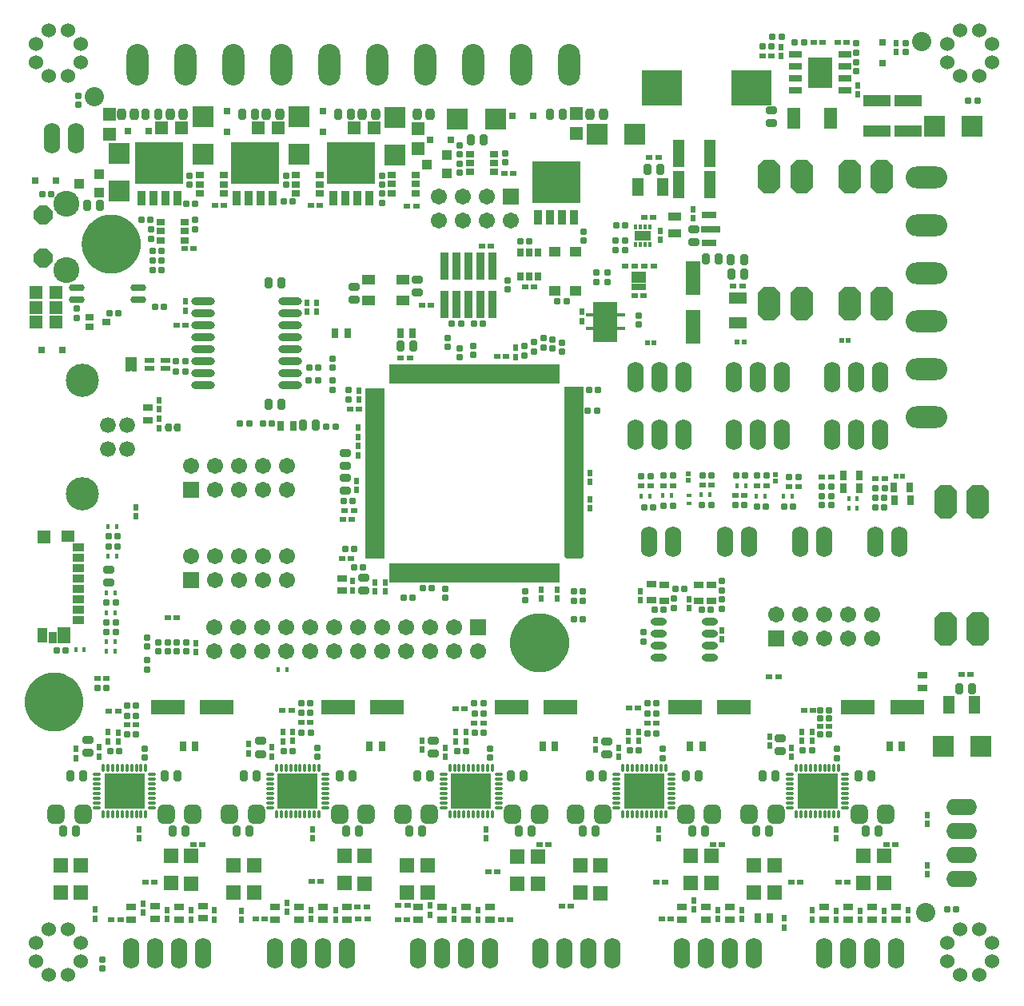
<source format=gts>
G04*
G04 #@! TF.GenerationSoftware,Altium Limited,Altium Designer,18.1.7 (191)*
G04*
G04 Layer_Color=8388736*
%FSLAX25Y25*%
%MOIN*%
G70*
G01*
G75*
%ADD110C,0.12205*%
%ADD111R,0.10400X0.16800*%
G04:AMPARAMS|DCode=112|XSize=26mil|YSize=28mil|CornerRadius=6.4mil|HoleSize=0mil|Usage=FLASHONLY|Rotation=270.000|XOffset=0mil|YOffset=0mil|HoleType=Round|Shape=RoundedRectangle|*
%AMROUNDEDRECTD112*
21,1,0.02600,0.01520,0,0,270.0*
21,1,0.01320,0.02800,0,0,270.0*
1,1,0.01280,-0.00760,-0.00660*
1,1,0.01280,-0.00760,0.00660*
1,1,0.01280,0.00760,0.00660*
1,1,0.01280,0.00760,-0.00660*
%
%ADD112ROUNDEDRECTD112*%
%ADD113O,0.01384X0.03747*%
%ADD114O,0.03747X0.01384*%
%ADD115R,0.16542X0.14573*%
%ADD116R,0.03600X0.06400*%
%ADD117R,0.20500X0.17800*%
%ADD118R,0.02054X0.02054*%
G04:AMPARAMS|DCode=119|XSize=26mil|YSize=28mil|CornerRadius=6.4mil|HoleSize=0mil|Usage=FLASHONLY|Rotation=180.000|XOffset=0mil|YOffset=0mil|HoleType=Round|Shape=RoundedRectangle|*
%AMROUNDEDRECTD119*
21,1,0.02600,0.01520,0,0,180.0*
21,1,0.01320,0.02800,0,0,180.0*
1,1,0.01280,-0.00660,0.00760*
1,1,0.01280,0.00660,0.00760*
1,1,0.01280,0.00660,-0.00760*
1,1,0.01280,-0.00660,-0.00760*
%
%ADD119ROUNDEDRECTD119*%
%ADD120R,0.02054X0.02054*%
%ADD121R,0.01975X0.01581*%
%ADD122R,0.04737X0.03556*%
%ADD123R,0.05524X0.04934*%
%ADD124R,0.05524X0.05328*%
%ADD125R,0.05524X0.06509*%
%ADD126R,0.03531X0.04737*%
%ADD127R,0.04343X0.06312*%
%ADD128R,0.06312X0.03162*%
%ADD129R,0.07887X0.03162*%
%ADD130R,0.08700X0.08700*%
%ADD131R,0.06312X0.14186*%
%ADD132R,0.04540X0.11430*%
%ADD133R,0.06699X0.03943*%
%ADD134R,0.01384X0.02368*%
G04:AMPARAMS|DCode=135|XSize=33.13mil|YSize=43.37mil|CornerRadius=7.83mil|HoleSize=0mil|Usage=FLASHONLY|Rotation=90.000|XOffset=0mil|YOffset=0mil|HoleType=Round|Shape=RoundedRectangle|*
%AMROUNDEDRECTD135*
21,1,0.03313,0.02772,0,0,90.0*
21,1,0.01748,0.04337,0,0,90.0*
1,1,0.01565,0.01386,0.00874*
1,1,0.01565,0.01386,-0.00874*
1,1,0.01565,-0.01386,-0.00874*
1,1,0.01565,-0.01386,0.00874*
%
%ADD135ROUNDEDRECTD135*%
G04:AMPARAMS|DCode=136|XSize=33.13mil|YSize=43.37mil|CornerRadius=7.83mil|HoleSize=0mil|Usage=FLASHONLY|Rotation=0.000|XOffset=0mil|YOffset=0mil|HoleType=Round|Shape=RoundedRectangle|*
%AMROUNDEDRECTD136*
21,1,0.03313,0.02772,0,0,0.0*
21,1,0.01748,0.04337,0,0,0.0*
1,1,0.01565,0.00874,-0.01386*
1,1,0.01565,-0.00874,-0.01386*
1,1,0.01565,-0.00874,0.01386*
1,1,0.01565,0.00874,0.01386*
%
%ADD136ROUNDEDRECTD136*%
%ADD137R,0.11430X0.04540*%
%ADD138R,0.03162X0.03950*%
%ADD139R,0.03950X0.03162*%
%ADD140R,0.03038X0.03865*%
%ADD141R,0.14186X0.06312*%
G04:AMPARAMS|DCode=142|XSize=71mil|YSize=79mil|CornerRadius=19.75mil|HoleSize=0mil|Usage=FLASHONLY|Rotation=0.000|XOffset=0mil|YOffset=0mil|HoleType=Round|Shape=RoundedRectangle|*
%AMROUNDEDRECTD142*
21,1,0.07100,0.03950,0,0,0.0*
21,1,0.03150,0.07900,0,0,0.0*
1,1,0.03950,0.01575,-0.01975*
1,1,0.03950,-0.01575,-0.01975*
1,1,0.03950,-0.01575,0.01975*
1,1,0.03950,0.01575,0.01975*
%
%ADD142ROUNDEDRECTD142*%
%ADD143R,0.05918X0.06312*%
%ADD144R,0.03865X0.03038*%
%ADD145R,0.02800X0.02800*%
%ADD146R,0.04400X0.04000*%
%ADD147R,0.02800X0.02800*%
%ADD148R,0.02762X0.03747*%
%ADD149R,0.03747X0.02762*%
%ADD150R,0.05131X0.07493*%
G04:AMPARAMS|DCode=151|XSize=80mil|YSize=80mil|CornerRadius=40mil|HoleSize=0mil|Usage=FLASHONLY|Rotation=270.000|XOffset=0mil|YOffset=0mil|HoleType=Round|Shape=RoundedRectangle|*
%AMROUNDEDRECTD151*
21,1,0.08000,0.00000,0,0,270.0*
21,1,0.00000,0.08000,0,0,270.0*
1,1,0.08000,0.00000,0.00000*
1,1,0.08000,0.00000,0.00000*
1,1,0.08000,0.00000,0.00000*
1,1,0.08000,0.00000,0.00000*
%
%ADD151ROUNDEDRECTD151*%
G04:AMPARAMS|DCode=152|XSize=80mil|YSize=80mil|CornerRadius=40mil|HoleSize=0mil|Usage=FLASHONLY|Rotation=0.000|XOffset=0mil|YOffset=0mil|HoleType=Round|Shape=RoundedRectangle|*
%AMROUNDEDRECTD152*
21,1,0.08000,0.00000,0,0,0.0*
21,1,0.00000,0.08000,0,0,0.0*
1,1,0.08000,0.00000,0.00000*
1,1,0.08000,0.00000,0.00000*
1,1,0.08000,0.00000,0.00000*
1,1,0.08000,0.00000,0.00000*
%
%ADD152ROUNDEDRECTD152*%
G04:AMPARAMS|DCode=153|XSize=37.13mil|YSize=47.37mil|CornerRadius=9.83mil|HoleSize=0mil|Usage=FLASHONLY|Rotation=0.000|XOffset=0mil|YOffset=0mil|HoleType=Round|Shape=RoundedRectangle|*
%AMROUNDEDRECTD153*
21,1,0.03713,0.02772,0,0,0.0*
21,1,0.01748,0.04737,0,0,0.0*
1,1,0.01965,0.00874,-0.01386*
1,1,0.01965,-0.00874,-0.01386*
1,1,0.01965,-0.00874,0.01386*
1,1,0.01965,0.00874,0.01386*
%
%ADD153ROUNDEDRECTD153*%
%ADD154R,0.07493X0.05131*%
%ADD155R,0.01581X0.01975*%
%ADD156R,0.05600X0.05600*%
%ADD157R,0.05600X0.05600*%
%ADD158R,0.08700X0.08700*%
%ADD159O,0.06706X0.03162*%
G04:AMPARAMS|DCode=160|XSize=30mil|YSize=32mil|CornerRadius=8.4mil|HoleSize=0mil|Usage=FLASHONLY|Rotation=180.000|XOffset=0mil|YOffset=0mil|HoleType=Round|Shape=RoundedRectangle|*
%AMROUNDEDRECTD160*
21,1,0.03000,0.01520,0,0,180.0*
21,1,0.01320,0.03200,0,0,180.0*
1,1,0.01680,-0.00660,0.00760*
1,1,0.01680,0.00660,0.00760*
1,1,0.01680,0.00660,-0.00760*
1,1,0.01680,-0.00660,-0.00760*
%
%ADD160ROUNDEDRECTD160*%
%ADD161R,0.03753X0.11824*%
%ADD162R,0.02126X0.02598*%
%ADD163R,0.06063X0.02451*%
%ADD164O,0.07887X0.01781*%
%ADD165O,0.01781X0.07887*%
%ADD166R,0.05524X0.04343*%
%ADD167O,0.09855X0.03162*%
%ADD168R,0.04737X0.04343*%
%ADD169R,0.03943X0.01975*%
%ADD170R,0.02080X0.01863*%
%ADD171R,0.08400X0.08400*%
%ADD172O,0.03550X0.01502*%
%ADD173O,0.01502X0.03550*%
%ADD174R,0.03550X0.02565*%
%ADD175O,0.06509X0.02965*%
%ADD176R,0.05400X0.08700*%
%ADD177R,0.16942X0.14580*%
%ADD178R,0.05721X0.02965*%
%ADD179R,0.10249X0.13005*%
%ADD180R,0.05321X0.03550*%
%ADD181C,0.06000*%
%ADD182R,0.02368X0.02565*%
%ADD183R,0.02565X0.02368*%
%ADD184O,0.06800X0.12800*%
%ADD185O,0.12800X0.06800*%
%ADD186C,0.06706*%
%ADD187R,0.06706X0.06706*%
G04:AMPARAMS|DCode=188|XSize=141mil|YSize=91mil|CornerRadius=0mil|HoleSize=0mil|Usage=FLASHONLY|Rotation=90.000|XOffset=0mil|YOffset=0mil|HoleType=Round|Shape=Octagon|*
%AMOCTAGOND188*
4,1,8,0.02275,0.07050,-0.02275,0.07050,-0.04550,0.04775,-0.04550,-0.04775,-0.02275,-0.07050,0.02275,-0.07050,0.04550,-0.04775,0.04550,0.04775,0.02275,0.07050,0.0*
%
%ADD188OCTAGOND188*%

%ADD189O,0.17300X0.09050*%
%ADD190O,0.09050X0.17300*%
%ADD191C,0.10800*%
%ADD192P,0.08443X8X292.5*%
%ADD193C,0.13850*%
%ADD194C,0.06600*%
%ADD195C,0.01000*%
G36*
X-302572Y121640D02*
X-297867D01*
Y127431D01*
X-302572D01*
Y121640D01*
X-302571D01*
X-302572Y121640D01*
D02*
G37*
G36*
X-194488Y114415D02*
X-194488Y43531D01*
X-202658Y43531D01*
Y114396D01*
X-194488Y114415D01*
D02*
G37*
G36*
X-192453Y41535D02*
X-121569Y41535D01*
X-121569Y33465D01*
X-192434D01*
X-192453Y41535D01*
D02*
G37*
G36*
X-119587Y44119D02*
X-119587Y115000D01*
X-111417Y115000D01*
Y44134D01*
X-113347D01*
X-119587Y44119D01*
D02*
G37*
G36*
X-121547Y116535D02*
X-192431Y116535D01*
X-192431Y124508D01*
X-121566D01*
X-121547Y116535D01*
D02*
G37*
G54D110*
X-326354Y-16183D02*
X-326437Y-15178D01*
X-326684Y-14201D01*
X-327089Y-13278D01*
X-327641Y-12434D01*
X-328323Y-11693D01*
X-329118Y-11074D01*
X-330005Y-10594D01*
X-330958Y-10267D01*
X-331952Y-10101D01*
X-332960D01*
X-333954Y-10267D01*
X-334908Y-10594D01*
X-335794Y-11074D01*
X-336589Y-11693D01*
X-337272Y-12434D01*
X-337823Y-13278D01*
X-338228Y-14201D01*
X-338475Y-15178D01*
X-338559Y-16183D01*
X-338475Y-17187D01*
X-338228Y-18164D01*
X-337823Y-19087D01*
X-337272Y-19931D01*
X-336589Y-20672D01*
X-335794Y-21291D01*
X-334908Y-21771D01*
X-333954Y-22098D01*
X-332960Y-22264D01*
X-331952D01*
X-330958Y-22098D01*
X-330005Y-21771D01*
X-329118Y-21291D01*
X-328323Y-20672D01*
X-327641Y-19931D01*
X-327089Y-19087D01*
X-326684Y-18164D01*
X-326437Y-17187D01*
X-326354Y-16183D01*
X-123898Y8552D02*
X-123981Y9556D01*
X-124228Y10533D01*
X-124633Y11456D01*
X-125184Y12300D01*
X-125867Y13042D01*
X-126662Y13661D01*
X-127549Y14140D01*
X-128502Y14468D01*
X-129496Y14633D01*
X-130504D01*
X-131498Y14468D01*
X-132451Y14140D01*
X-133338Y13661D01*
X-134133Y13042D01*
X-134816Y12300D01*
X-135367Y11456D01*
X-135772Y10533D01*
X-136019Y9556D01*
X-136102Y8552D01*
X-136019Y7547D01*
X-135772Y6571D01*
X-135367Y5647D01*
X-134816Y4804D01*
X-134133Y4062D01*
X-133338Y3443D01*
X-132451Y2963D01*
X-131498Y2636D01*
X-130504Y2470D01*
X-129496D01*
X-128502Y2636D01*
X-127549Y2963D01*
X-126662Y3443D01*
X-125867Y4062D01*
X-125184Y4804D01*
X-124633Y5647D01*
X-124228Y6571D01*
X-123981Y7547D01*
X-123898Y8552D01*
X-302498Y174752D02*
X-302581Y175756D01*
X-302828Y176733D01*
X-303233Y177656D01*
X-303784Y178500D01*
X-304467Y179242D01*
X-305262Y179861D01*
X-306149Y180340D01*
X-307102Y180667D01*
X-308096Y180833D01*
X-309104D01*
X-310098Y180667D01*
X-311051Y180340D01*
X-311938Y179861D01*
X-312733Y179242D01*
X-313416Y178500D01*
X-313967Y177656D01*
X-314372Y176733D01*
X-314619Y175756D01*
X-314702Y174752D01*
X-314619Y173748D01*
X-314372Y172771D01*
X-313967Y171847D01*
X-313416Y171004D01*
X-312733Y170262D01*
X-311938Y169643D01*
X-311051Y169164D01*
X-310098Y168836D01*
X-309104Y168670D01*
X-308096D01*
X-307102Y168836D01*
X-306149Y169164D01*
X-305262Y169643D01*
X-304467Y170262D01*
X-303784Y171004D01*
X-303233Y171847D01*
X-302828Y172771D01*
X-302581Y173748D01*
X-302498Y174752D01*
G54D111*
X-102391Y142303D02*
D03*
G54D112*
X-120400Y133590D02*
D03*
Y129800D02*
D03*
X-86639Y8894D02*
D03*
Y12684D02*
D03*
X-293484Y6643D02*
D03*
Y10433D02*
D03*
X-284933Y4752D02*
D03*
Y8542D02*
D03*
X-169311Y27175D02*
D03*
Y30965D02*
D03*
X-281067Y4752D02*
D03*
Y8542D02*
D03*
X-277200Y4752D02*
D03*
Y8542D02*
D03*
X-288800Y8552D02*
D03*
Y4762D02*
D03*
X-132100Y133700D02*
D03*
Y129910D02*
D03*
X-124500Y131100D02*
D03*
Y134890D02*
D03*
X-128200Y135400D02*
D03*
Y131610D02*
D03*
X-135807Y29932D02*
D03*
Y26142D02*
D03*
X-163071Y131113D02*
D03*
Y127323D02*
D03*
X-157625Y132139D02*
D03*
Y128349D02*
D03*
X-53817Y26422D02*
D03*
Y22633D02*
D03*
X-322100Y236452D02*
D03*
Y232662D02*
D03*
X-312000Y-127648D02*
D03*
Y-123858D02*
D03*
X22913Y258447D02*
D03*
Y254658D02*
D03*
X-136100Y128300D02*
D03*
Y132090D02*
D03*
X-275699Y199366D02*
D03*
Y203155D02*
D03*
X-209500Y109852D02*
D03*
Y113642D02*
D03*
X-216000Y123152D02*
D03*
Y126942D02*
D03*
Y117652D02*
D03*
Y113862D02*
D03*
X-273400Y180952D02*
D03*
Y184742D02*
D03*
X-291900Y180652D02*
D03*
Y176862D02*
D03*
X-106181Y158907D02*
D03*
Y162697D02*
D03*
X-195500Y195652D02*
D03*
Y191862D02*
D03*
X-88600Y141152D02*
D03*
Y144942D02*
D03*
X-163100Y212152D02*
D03*
Y215942D02*
D03*
X-163000Y208152D02*
D03*
Y204362D02*
D03*
X-144100Y208652D02*
D03*
Y212442D02*
D03*
X-235598Y199458D02*
D03*
Y203248D02*
D03*
X-195600Y199452D02*
D03*
Y203242D02*
D03*
X-111400Y179952D02*
D03*
Y176162D02*
D03*
X-101457Y158907D02*
D03*
Y162697D02*
D03*
X-143048Y159606D02*
D03*
Y155817D02*
D03*
X-168091Y135542D02*
D03*
Y131752D02*
D03*
X-73848Y26664D02*
D03*
Y22874D02*
D03*
X-78374Y-36013D02*
D03*
Y-39803D02*
D03*
X-53839Y34085D02*
D03*
Y30295D02*
D03*
X-5933Y-35915D02*
D03*
Y-39705D02*
D03*
X-294516Y-35718D02*
D03*
Y-39508D02*
D03*
X-222468Y-35521D02*
D03*
Y-39311D02*
D03*
X-150421Y-35797D02*
D03*
Y-39587D02*
D03*
X-293484Y-2707D02*
D03*
Y1083D02*
D03*
X-322933Y143931D02*
D03*
Y147720D02*
D03*
X2335Y246770D02*
D03*
Y250560D02*
D03*
Y254570D02*
D03*
Y258360D02*
D03*
X-98063Y176093D02*
D03*
Y172303D02*
D03*
X-94028Y172293D02*
D03*
Y176083D02*
D03*
G54D113*
X-311774Y-63051D02*
D03*
X-309805D02*
D03*
X-307837D02*
D03*
X-305869D02*
D03*
X-303900D02*
D03*
X-301932D02*
D03*
X-299963D02*
D03*
X-297994D02*
D03*
X-296026D02*
D03*
X-294057D02*
D03*
Y-43917D02*
D03*
X-296026D02*
D03*
X-297994D02*
D03*
X-299963D02*
D03*
X-301932D02*
D03*
X-303900D02*
D03*
X-305869D02*
D03*
X-307837D02*
D03*
X-309805D02*
D03*
X-311774D02*
D03*
X-95042D02*
D03*
X-93073D02*
D03*
X-91105D02*
D03*
X-89136D02*
D03*
X-87168D02*
D03*
X-85199D02*
D03*
X-83231D02*
D03*
X-81262D02*
D03*
X-79294D02*
D03*
X-77325D02*
D03*
Y-63051D02*
D03*
X-79294D02*
D03*
X-81262D02*
D03*
X-83231D02*
D03*
X-85199D02*
D03*
X-87168D02*
D03*
X-89136D02*
D03*
X-91105D02*
D03*
X-93073D02*
D03*
X-95042D02*
D03*
X-22798D02*
D03*
X-20829D02*
D03*
X-18861D02*
D03*
X-16892D02*
D03*
X-14924D02*
D03*
X-12955D02*
D03*
X-10987D02*
D03*
X-9018D02*
D03*
X-7050D02*
D03*
X-5081D02*
D03*
Y-43917D02*
D03*
X-7050D02*
D03*
X-9018D02*
D03*
X-10987D02*
D03*
X-12955D02*
D03*
X-14924D02*
D03*
X-16892D02*
D03*
X-18861D02*
D03*
X-20829D02*
D03*
X-22798D02*
D03*
X-239530D02*
D03*
X-237561D02*
D03*
X-235593D02*
D03*
X-233624D02*
D03*
X-231656D02*
D03*
X-229687D02*
D03*
X-227719D02*
D03*
X-225750D02*
D03*
X-223782D02*
D03*
X-221813D02*
D03*
Y-63051D02*
D03*
X-223782D02*
D03*
X-225750D02*
D03*
X-227719D02*
D03*
X-229687D02*
D03*
X-231656D02*
D03*
X-233624D02*
D03*
X-235593D02*
D03*
X-237561D02*
D03*
X-239530D02*
D03*
X-167286D02*
D03*
X-165317D02*
D03*
X-163349D02*
D03*
X-161380D02*
D03*
X-159412D02*
D03*
X-157443D02*
D03*
X-155475D02*
D03*
X-153506D02*
D03*
X-151538D02*
D03*
X-149569D02*
D03*
Y-43917D02*
D03*
X-151538D02*
D03*
X-153506D02*
D03*
X-155475D02*
D03*
X-157443D02*
D03*
X-159412D02*
D03*
X-161380D02*
D03*
X-163349D02*
D03*
X-165317D02*
D03*
X-167286D02*
D03*
G54D114*
X-291400Y-60374D02*
D03*
Y-58405D02*
D03*
Y-56437D02*
D03*
Y-54468D02*
D03*
Y-52500D02*
D03*
Y-50531D02*
D03*
Y-48563D02*
D03*
Y-46594D02*
D03*
X-314432D02*
D03*
Y-48563D02*
D03*
Y-50531D02*
D03*
Y-52500D02*
D03*
Y-54468D02*
D03*
Y-56437D02*
D03*
Y-58405D02*
D03*
Y-60374D02*
D03*
X-97699D02*
D03*
Y-58405D02*
D03*
Y-56437D02*
D03*
Y-54468D02*
D03*
Y-52500D02*
D03*
Y-50531D02*
D03*
Y-48563D02*
D03*
Y-46594D02*
D03*
X-74668D02*
D03*
Y-48563D02*
D03*
Y-50531D02*
D03*
Y-52500D02*
D03*
Y-54468D02*
D03*
Y-56437D02*
D03*
Y-58405D02*
D03*
Y-60374D02*
D03*
X-2424D02*
D03*
Y-58405D02*
D03*
Y-56437D02*
D03*
Y-54468D02*
D03*
Y-52500D02*
D03*
Y-50531D02*
D03*
Y-48563D02*
D03*
Y-46594D02*
D03*
X-25455D02*
D03*
Y-48563D02*
D03*
Y-50531D02*
D03*
Y-52500D02*
D03*
Y-54468D02*
D03*
Y-56437D02*
D03*
Y-58405D02*
D03*
Y-60374D02*
D03*
X-242187D02*
D03*
Y-58405D02*
D03*
Y-56437D02*
D03*
Y-54468D02*
D03*
Y-52500D02*
D03*
Y-50531D02*
D03*
Y-48563D02*
D03*
Y-46594D02*
D03*
X-219156D02*
D03*
Y-48563D02*
D03*
Y-50531D02*
D03*
Y-52500D02*
D03*
Y-54468D02*
D03*
Y-56437D02*
D03*
Y-58405D02*
D03*
Y-60374D02*
D03*
X-146912D02*
D03*
Y-58405D02*
D03*
Y-56437D02*
D03*
Y-54468D02*
D03*
Y-52500D02*
D03*
Y-50531D02*
D03*
Y-48563D02*
D03*
Y-46594D02*
D03*
X-169943D02*
D03*
Y-48563D02*
D03*
Y-50531D02*
D03*
Y-52500D02*
D03*
Y-54468D02*
D03*
Y-56437D02*
D03*
Y-58405D02*
D03*
Y-60374D02*
D03*
G54D115*
X-302916Y-53484D02*
D03*
X-86184D02*
D03*
X-13939D02*
D03*
X-230672D02*
D03*
X-158428D02*
D03*
G54D116*
X-130350Y185915D02*
D03*
X-125350D02*
D03*
X-120350D02*
D03*
X-115350D02*
D03*
X-200900Y193915D02*
D03*
X-205900D02*
D03*
X-210900D02*
D03*
X-215900D02*
D03*
X-256000D02*
D03*
X-251000D02*
D03*
X-246000D02*
D03*
X-241000D02*
D03*
X-280850D02*
D03*
X-285850D02*
D03*
X-290850D02*
D03*
X-295850D02*
D03*
G54D117*
X-122850Y200354D02*
D03*
X-208400Y208354D02*
D03*
X-248500D02*
D03*
X-288350D02*
D03*
G54D118*
X-47370Y133858D02*
D03*
X-44614D02*
D03*
X-84870Y133366D02*
D03*
X-82114D02*
D03*
X-1012Y134449D02*
D03*
X-3768D02*
D03*
X21654Y77953D02*
D03*
X18898D02*
D03*
G54D119*
X-207009Y47450D02*
D03*
X-210798D02*
D03*
X-9053Y-29744D02*
D03*
X-12843D02*
D03*
X-105500Y113652D02*
D03*
X-109290D02*
D03*
X-207700Y67500D02*
D03*
X-211490D02*
D03*
X-254700Y99652D02*
D03*
X-250910D02*
D03*
X-182765Y27106D02*
D03*
X-186555D02*
D03*
X-241500Y99652D02*
D03*
X-245290D02*
D03*
X-109676Y105118D02*
D03*
X-105886D02*
D03*
X-174793Y31240D02*
D03*
X-178583D02*
D03*
X-9053Y-23051D02*
D03*
X-12843D02*
D03*
X-115485Y25677D02*
D03*
X-111695D02*
D03*
X-111686Y29651D02*
D03*
X-115476D02*
D03*
X-115505Y18198D02*
D03*
X-111715D02*
D03*
X-333336Y195571D02*
D03*
X-337126D02*
D03*
X52758Y234315D02*
D03*
X48968D02*
D03*
X43800Y-102948D02*
D03*
X40010D02*
D03*
X-58194Y78140D02*
D03*
X-61984D02*
D03*
X-69448Y30774D02*
D03*
X-73238D02*
D03*
X-122400Y150652D02*
D03*
X-118610D02*
D03*
X-207195Y39665D02*
D03*
X-203405D02*
D03*
X-309500Y52700D02*
D03*
X-305710D02*
D03*
X-309500Y48600D02*
D03*
X-305710D02*
D03*
X-310399Y25000D02*
D03*
X-306609D02*
D03*
X-306600Y12800D02*
D03*
X-310390D02*
D03*
X-306600Y16800D02*
D03*
X-310390D02*
D03*
X-47905Y78111D02*
D03*
X-44115D02*
D03*
X-291186Y163846D02*
D03*
X-287396D02*
D03*
X-291184Y167952D02*
D03*
X-287395D02*
D03*
X-236644Y192618D02*
D03*
X-232854D02*
D03*
X-277297Y191344D02*
D03*
X-273507D02*
D03*
X-287367Y171942D02*
D03*
X-291157D02*
D03*
X-281400Y121552D02*
D03*
X-277610D02*
D03*
X-281400Y125952D02*
D03*
X-277610D02*
D03*
X-225900Y123252D02*
D03*
X-222110D02*
D03*
X-226000Y117752D02*
D03*
X-222210D02*
D03*
X-214900Y98552D02*
D03*
X-218690D02*
D03*
X-134000Y175852D02*
D03*
X-137790D02*
D03*
X-74273Y65433D02*
D03*
X-78063D02*
D03*
X-74252Y78012D02*
D03*
X-78042D02*
D03*
X-82425Y64855D02*
D03*
X-86214D02*
D03*
X-295800Y184852D02*
D03*
X-292010D02*
D03*
X-35364Y65298D02*
D03*
X-39154D02*
D03*
X-48258Y65650D02*
D03*
X-44469D02*
D03*
X-58206Y65767D02*
D03*
X-61996D02*
D03*
X-308900Y-36800D02*
D03*
X-305110D02*
D03*
X-298000Y-22100D02*
D03*
X-301790D02*
D03*
X-157000Y-17000D02*
D03*
X-153210D02*
D03*
X-229200Y-16900D02*
D03*
X-225410D02*
D03*
X-310529Y-10453D02*
D03*
X-314319D02*
D03*
X-331231Y5118D02*
D03*
X-327441D02*
D03*
X-301800Y-18000D02*
D03*
X-298010D02*
D03*
X-83627Y77806D02*
D03*
X-87417D02*
D03*
X-157200Y141552D02*
D03*
X-153410D02*
D03*
X-162600Y141452D02*
D03*
X-166390D02*
D03*
X-78048Y22122D02*
D03*
X-81838D02*
D03*
X-84800Y-17000D02*
D03*
X-81010D02*
D03*
X-81000Y-21200D02*
D03*
X-84790D02*
D03*
X-81000Y-29400D02*
D03*
X-84790D02*
D03*
X-92300Y-36600D02*
D03*
X-88510D02*
D03*
X-21948Y77468D02*
D03*
X-25738D02*
D03*
X-24058Y65300D02*
D03*
X-27848D02*
D03*
X-58533Y22146D02*
D03*
X-62323D02*
D03*
X-12853Y-19705D02*
D03*
X-9063D02*
D03*
X-12058Y69587D02*
D03*
X-8268D02*
D03*
X-8238Y73425D02*
D03*
X-12028D02*
D03*
X-12038Y65650D02*
D03*
X-8248D02*
D03*
X10206Y68701D02*
D03*
X13996D02*
D03*
X14006Y72638D02*
D03*
X10216D02*
D03*
X10206Y64665D02*
D03*
X13996D02*
D03*
X-20100Y-36600D02*
D03*
X-16310D02*
D03*
X-298000Y-30000D02*
D03*
X-301790D02*
D03*
X-225400Y-21000D02*
D03*
X-229190D02*
D03*
X-225300Y-29100D02*
D03*
X-229090D02*
D03*
X-236600Y-36700D02*
D03*
X-232810D02*
D03*
X-153200Y-21100D02*
D03*
X-156990D02*
D03*
X-153100Y-29200D02*
D03*
X-156890D02*
D03*
X-164300Y-36700D02*
D03*
X-160510D02*
D03*
X-305344Y145666D02*
D03*
X-309134D02*
D03*
X-290186Y148516D02*
D03*
X-286397D02*
D03*
X-35326Y78074D02*
D03*
X-39116D02*
D03*
X-23435Y258937D02*
D03*
X-19646D02*
D03*
X-28986Y261102D02*
D03*
X-32776D02*
D03*
X-33065Y257070D02*
D03*
X-36855D02*
D03*
X-97817Y182461D02*
D03*
X-94028D02*
D03*
G54D120*
X-31496Y78543D02*
D03*
Y75787D02*
D03*
X-67716Y78740D02*
D03*
Y75984D02*
D03*
G54D121*
X-67421Y66339D02*
D03*
Y69882D02*
D03*
G54D122*
X-322310Y48209D02*
D03*
Y43879D02*
D03*
Y39548D02*
D03*
Y35217D02*
D03*
Y30887D02*
D03*
Y26556D02*
D03*
Y22225D02*
D03*
Y17894D02*
D03*
G54D123*
X-326444Y52639D02*
D03*
G54D124*
X-336641Y52442D02*
D03*
G54D125*
X-328176Y11497D02*
D03*
G54D126*
X-332704Y10611D02*
D03*
G54D127*
X-337231Y11398D02*
D03*
G54D128*
X-59134Y186791D02*
D03*
Y174980D02*
D03*
G54D129*
X-58346Y180886D02*
D03*
G54D130*
X50636Y223799D02*
D03*
X34862D02*
D03*
X-164100Y226652D02*
D03*
X-148326D02*
D03*
X54132Y-34764D02*
D03*
X38358D02*
D03*
X-105800Y220552D02*
D03*
X-90026D02*
D03*
G54D131*
X-65800Y160588D02*
D03*
Y140116D02*
D03*
G54D132*
X-71780Y199488D02*
D03*
X-58984D02*
D03*
X-71780Y212579D02*
D03*
X-58984D02*
D03*
G54D133*
X-86941Y178130D02*
D03*
G54D134*
X-83988Y181870D02*
D03*
X-89894Y174390D02*
D03*
X-87925D02*
D03*
X-85957D02*
D03*
X-83988D02*
D03*
X-89894Y181870D02*
D03*
X-87925D02*
D03*
X-85957D02*
D03*
G54D135*
X-65630Y180709D02*
D03*
Y175354D02*
D03*
X-33295Y225059D02*
D03*
Y230413D02*
D03*
X-101833Y-38071D02*
D03*
Y-32717D02*
D03*
X-174035Y-37972D02*
D03*
Y-32618D02*
D03*
X-246287Y-38032D02*
D03*
Y-32677D02*
D03*
X-29358Y-31594D02*
D03*
Y-36949D02*
D03*
X-203200Y35577D02*
D03*
Y30223D02*
D03*
X-207213Y151437D02*
D03*
Y156791D02*
D03*
X-180702Y154421D02*
D03*
Y159776D02*
D03*
X-309600Y38877D02*
D03*
Y33523D02*
D03*
X-210900Y87377D02*
D03*
Y82023D02*
D03*
X-318236Y-37638D02*
D03*
Y-32283D02*
D03*
X-210900Y77277D02*
D03*
Y71923D02*
D03*
G54D136*
X-44646Y168287D02*
D03*
X-50000D02*
D03*
X-55079Y168386D02*
D03*
X-60433D02*
D03*
X-63394Y-47165D02*
D03*
X-68748D02*
D03*
X-180847Y-47303D02*
D03*
X-175492D02*
D03*
X-136366Y-47328D02*
D03*
X-141721D02*
D03*
X-178683Y-70236D02*
D03*
X-184038D02*
D03*
X-253189Y-47205D02*
D03*
X-247835D02*
D03*
X-207882Y-47165D02*
D03*
X-213236D02*
D03*
X-250894Y-70197D02*
D03*
X-256248D02*
D03*
X-210571Y-70236D02*
D03*
X-205217D02*
D03*
X11474Y-70236D02*
D03*
X6120D02*
D03*
X-39550D02*
D03*
X-34195D02*
D03*
X-237423Y107752D02*
D03*
X-242777D02*
D03*
Y158352D02*
D03*
X-237423D02*
D03*
X-84777Y205676D02*
D03*
X-79423D02*
D03*
X-182612Y132007D02*
D03*
X-187966D02*
D03*
X-223029Y99200D02*
D03*
X-228383D02*
D03*
X-44523Y162287D02*
D03*
X-49877D02*
D03*
X50658Y-10796D02*
D03*
X45303D02*
D03*
X-318377Y190952D02*
D03*
X-313023D02*
D03*
X-153023Y218052D02*
D03*
X-158377D02*
D03*
X-288723Y228952D02*
D03*
X-294077D02*
D03*
X-248523D02*
D03*
X-253877D02*
D03*
X-213777Y228952D02*
D03*
X-208423D02*
D03*
X-108701Y-47205D02*
D03*
X-103347D02*
D03*
X-106439Y-70236D02*
D03*
X-111794D02*
D03*
X-66124D02*
D03*
X-60770D02*
D03*
X8653Y-47264D02*
D03*
X3299D02*
D03*
X-36777Y-47300D02*
D03*
X-31423D02*
D03*
X-280697Y-47362D02*
D03*
X-286051D02*
D03*
X-325433Y-47205D02*
D03*
X-320079D02*
D03*
X-323138Y-70197D02*
D03*
X-328492D02*
D03*
X-282823D02*
D03*
X-277468D02*
D03*
X-138368Y-70236D02*
D03*
X-133014D02*
D03*
X-120223Y228951D02*
D03*
X-125577D02*
D03*
G54D137*
X10898Y234527D02*
D03*
Y221732D02*
D03*
X23988Y234527D02*
D03*
Y221732D02*
D03*
G54D138*
X24700Y67665D02*
D03*
X18007D02*
D03*
X17950Y73303D02*
D03*
X24643D02*
D03*
X3445Y72933D02*
D03*
X-3248D02*
D03*
X-3150Y78248D02*
D03*
X3543D02*
D03*
G54D139*
X-58048Y32446D02*
D03*
Y25754D02*
D03*
X-63348Y25754D02*
D03*
Y32447D02*
D03*
X-83248Y26028D02*
D03*
Y32720D02*
D03*
X-77848Y32620D02*
D03*
Y25927D02*
D03*
G54D140*
X-67114Y-34862D02*
D03*
X-61878D02*
D03*
X-200776Y-34961D02*
D03*
X-195539D02*
D03*
X-278630Y-34862D02*
D03*
X-273394D02*
D03*
X-182682Y137352D02*
D03*
X-187918D02*
D03*
X-38965Y-106417D02*
D03*
X-33728D02*
D03*
X-209895Y137345D02*
D03*
X-215131D02*
D03*
X16055Y-34862D02*
D03*
X21291D02*
D03*
X-128630Y-34961D02*
D03*
X-123394D02*
D03*
X-232658Y98859D02*
D03*
X-237894D02*
D03*
G54D141*
X-193335Y-18524D02*
D03*
X-213807D02*
D03*
X-48847D02*
D03*
X-69319D02*
D03*
X23398D02*
D03*
X2925D02*
D03*
X-264496D02*
D03*
X-284968D02*
D03*
X-121189D02*
D03*
X-141661D02*
D03*
G54D142*
X-186959Y-63248D02*
D03*
X-175761D02*
D03*
X-259169Y-63209D02*
D03*
X-247971D02*
D03*
X-202079Y-63189D02*
D03*
X-213277D02*
D03*
X-114715Y-63248D02*
D03*
X-103516D02*
D03*
X-57750D02*
D03*
X-68949D02*
D03*
X-42508Y-63287D02*
D03*
X-31309D02*
D03*
X14555Y-63189D02*
D03*
X3357D02*
D03*
X-331413Y-63209D02*
D03*
X-320215D02*
D03*
X-274421Y-63189D02*
D03*
X-285620D02*
D03*
X-129933Y-63287D02*
D03*
X-141131D02*
D03*
G54D143*
X-275028Y-92047D02*
D03*
Y-80630D02*
D03*
X-321063Y-84547D02*
D03*
Y-95965D02*
D03*
X-283563Y-80610D02*
D03*
Y-92028D02*
D03*
X-185039Y-95866D02*
D03*
Y-84449D02*
D03*
X-176476D02*
D03*
Y-95866D02*
D03*
X-130512Y-92126D02*
D03*
Y-80709D02*
D03*
X-139075D02*
D03*
Y-92126D02*
D03*
X-40551Y-95866D02*
D03*
Y-84449D02*
D03*
X-31988D02*
D03*
Y-95866D02*
D03*
X13878Y-92028D02*
D03*
Y-80610D02*
D03*
X5315D02*
D03*
Y-92028D02*
D03*
X-112857Y-96024D02*
D03*
Y-84606D02*
D03*
X-104331Y-84646D02*
D03*
Y-96063D02*
D03*
X-58268Y-92028D02*
D03*
Y-80610D02*
D03*
X-66831D02*
D03*
Y-92028D02*
D03*
X-257382Y-95965D02*
D03*
Y-84547D02*
D03*
X-248819D02*
D03*
Y-95965D02*
D03*
X-202783Y-92047D02*
D03*
Y-80630D02*
D03*
X-211319Y-80610D02*
D03*
Y-92028D02*
D03*
X-329555Y-95984D02*
D03*
Y-84567D02*
D03*
G54D144*
X-293154Y101075D02*
D03*
Y106311D02*
D03*
X-212205Y30059D02*
D03*
Y35295D02*
D03*
X19000Y-101912D02*
D03*
Y-107148D02*
D03*
X9000Y-101912D02*
D03*
Y-107148D02*
D03*
X-1000Y-101912D02*
D03*
Y-107148D02*
D03*
X-11000Y-101912D02*
D03*
Y-107148D02*
D03*
X-50500Y-101912D02*
D03*
Y-107148D02*
D03*
X-60500Y-101930D02*
D03*
Y-107166D02*
D03*
X-70500Y-101912D02*
D03*
Y-107148D02*
D03*
X-150500Y-101912D02*
D03*
Y-107148D02*
D03*
X-160500Y-101912D02*
D03*
Y-107148D02*
D03*
X-170500Y-101930D02*
D03*
Y-107166D02*
D03*
X-180500Y-101912D02*
D03*
Y-107148D02*
D03*
X-210000Y-101912D02*
D03*
Y-107148D02*
D03*
X-220000Y-101848D02*
D03*
Y-107084D02*
D03*
X-230200Y-101848D02*
D03*
Y-107084D02*
D03*
X-240000Y-101930D02*
D03*
Y-107166D02*
D03*
X29795Y-10512D02*
D03*
Y-5276D02*
D03*
X-280000Y-101948D02*
D03*
Y-107184D02*
D03*
X-270200Y-101430D02*
D03*
Y-106666D02*
D03*
X-290100Y-101548D02*
D03*
Y-106784D02*
D03*
X-300000Y-101930D02*
D03*
Y-107166D02*
D03*
G54D145*
X13013Y258747D02*
D03*
Y250016D02*
D03*
X-220300Y230152D02*
D03*
Y221421D02*
D03*
X-260100Y230152D02*
D03*
Y221421D02*
D03*
G54D146*
X-321900Y199852D02*
D03*
X-313563Y203652D02*
D03*
Y196112D02*
D03*
X-176800Y207852D02*
D03*
X-168463Y211652D02*
D03*
Y204112D02*
D03*
G54D147*
X-141300Y228052D02*
D03*
X-132569D02*
D03*
X-301400Y221952D02*
D03*
X-292669D02*
D03*
X-340140Y201278D02*
D03*
X-331409D02*
D03*
X-337631Y130452D02*
D03*
X-328900D02*
D03*
X-166727Y218038D02*
D03*
X-175458D02*
D03*
G54D148*
X-137840Y171103D02*
D03*
X-134100D02*
D03*
X-130360D02*
D03*
Y161064D02*
D03*
X-134100D02*
D03*
X-137840D02*
D03*
G54D149*
X-191400Y195912D02*
D03*
Y199652D02*
D03*
Y203392D02*
D03*
X-181361D02*
D03*
Y199652D02*
D03*
Y195912D02*
D03*
X-231465Y195846D02*
D03*
Y199587D02*
D03*
Y203327D02*
D03*
X-221425D02*
D03*
Y199587D02*
D03*
Y195846D02*
D03*
X-271622D02*
D03*
Y199587D02*
D03*
Y203327D02*
D03*
X-261583D02*
D03*
Y199587D02*
D03*
Y195846D02*
D03*
X-287792Y176299D02*
D03*
Y180039D02*
D03*
Y183779D02*
D03*
X-277753D02*
D03*
Y180039D02*
D03*
Y176299D02*
D03*
X-158720Y204812D02*
D03*
Y208552D02*
D03*
Y212292D02*
D03*
X-148680D02*
D03*
Y208552D02*
D03*
Y204812D02*
D03*
G54D150*
X-78483Y198552D02*
D03*
X-88916D02*
D03*
X51397Y-17596D02*
D03*
X40964D02*
D03*
G54D151*
X29500Y259252D02*
D03*
X-315500Y236052D02*
D03*
G54D152*
X31100Y-104148D02*
D03*
G54D153*
X-304177Y228952D02*
D03*
X-298822D02*
D03*
X-180977Y228952D02*
D03*
X-175623D02*
D03*
X-278623Y228952D02*
D03*
X-283978D02*
D03*
X-243677Y228952D02*
D03*
X-238323D02*
D03*
X-198323Y228951D02*
D03*
X-203678D02*
D03*
X-103323D02*
D03*
X-108677D02*
D03*
G54D154*
X-47200Y141641D02*
D03*
Y152074D02*
D03*
G54D155*
X-58803Y69975D02*
D03*
X-62347D02*
D03*
X-43961Y73826D02*
D03*
X-47504D02*
D03*
X-35953Y69621D02*
D03*
X-39496D02*
D03*
X-78337Y69748D02*
D03*
X-74794D02*
D03*
X-83797Y69369D02*
D03*
X-87340D02*
D03*
X-306128Y44493D02*
D03*
X-309672D02*
D03*
X-310472Y29000D02*
D03*
X-306928D02*
D03*
Y4729D02*
D03*
X-310472D02*
D03*
Y20900D02*
D03*
X-306928D02*
D03*
Y8800D02*
D03*
X-310472D02*
D03*
X-28034Y69311D02*
D03*
X-24490D02*
D03*
X-235228Y-2948D02*
D03*
X-238772D02*
D03*
X2559Y64370D02*
D03*
X-984D02*
D03*
Y68504D02*
D03*
X2559D02*
D03*
X-319750Y5305D02*
D03*
X-323293D02*
D03*
X-309672Y56700D02*
D03*
X-306128D02*
D03*
G54D156*
X-331399Y142128D02*
D03*
X-339733D02*
D03*
Y148228D02*
D03*
X-331399D02*
D03*
X-207300Y223152D02*
D03*
X-198966D02*
D03*
X-238866D02*
D03*
X-247200D02*
D03*
X-287400D02*
D03*
X-279066D02*
D03*
X-339733Y154328D02*
D03*
X-331399D02*
D03*
G54D157*
X-114400Y228986D02*
D03*
Y220652D02*
D03*
X-309200Y220618D02*
D03*
Y228952D02*
D03*
X-180524Y214450D02*
D03*
Y222783D02*
D03*
G54D158*
X-190200Y227626D02*
D03*
Y211852D02*
D03*
X-230200Y212052D02*
D03*
Y227826D02*
D03*
X-270100D02*
D03*
Y212052D02*
D03*
X-305200Y196678D02*
D03*
Y212452D02*
D03*
G54D159*
X-58886Y2028D02*
D03*
Y7028D02*
D03*
Y12027D02*
D03*
Y17028D02*
D03*
X-80146Y2028D02*
D03*
Y7028D02*
D03*
Y12027D02*
D03*
Y17028D02*
D03*
G54D160*
X-280682Y98028D02*
D03*
X-284472D02*
D03*
G54D161*
X-169600Y149360D02*
D03*
Y165344D02*
D03*
X-164600Y149360D02*
D03*
Y165344D02*
D03*
X-159600Y149360D02*
D03*
Y165344D02*
D03*
X-154600Y149360D02*
D03*
Y165344D02*
D03*
X-149600Y149360D02*
D03*
Y165344D02*
D03*
G54D162*
X-90404Y156753D02*
D03*
X-88435D02*
D03*
X-86467D02*
D03*
Y161871D02*
D03*
X-88435D02*
D03*
X-90404D02*
D03*
G54D163*
X-88435Y159312D02*
D03*
G54D164*
X-115465Y113411D02*
D03*
Y111442D02*
D03*
Y109474D02*
D03*
Y107505D02*
D03*
Y105537D02*
D03*
Y103568D02*
D03*
Y101600D02*
D03*
Y99631D02*
D03*
Y97663D02*
D03*
Y95694D02*
D03*
Y93726D02*
D03*
Y91757D02*
D03*
Y89789D02*
D03*
Y87820D02*
D03*
Y85852D02*
D03*
Y83883D02*
D03*
Y81915D02*
D03*
Y79946D02*
D03*
Y77978D02*
D03*
Y76009D02*
D03*
Y74041D02*
D03*
Y72072D02*
D03*
Y70104D02*
D03*
Y68135D02*
D03*
Y66167D02*
D03*
Y64198D02*
D03*
Y62230D02*
D03*
Y60261D02*
D03*
Y58293D02*
D03*
Y56324D02*
D03*
Y54356D02*
D03*
Y52387D02*
D03*
Y50419D02*
D03*
Y48450D02*
D03*
Y46482D02*
D03*
Y44513D02*
D03*
X-198535D02*
D03*
Y46482D02*
D03*
Y48450D02*
D03*
Y50419D02*
D03*
Y52387D02*
D03*
Y54356D02*
D03*
Y56324D02*
D03*
Y58293D02*
D03*
Y60261D02*
D03*
Y62230D02*
D03*
Y64198D02*
D03*
Y66167D02*
D03*
Y68135D02*
D03*
Y70104D02*
D03*
Y72072D02*
D03*
Y74041D02*
D03*
Y76009D02*
D03*
Y77978D02*
D03*
Y79946D02*
D03*
Y81915D02*
D03*
Y83883D02*
D03*
Y85852D02*
D03*
Y87820D02*
D03*
Y89789D02*
D03*
Y91757D02*
D03*
Y93726D02*
D03*
Y95694D02*
D03*
Y97663D02*
D03*
Y99631D02*
D03*
Y101600D02*
D03*
Y103568D02*
D03*
Y105537D02*
D03*
Y107505D02*
D03*
Y109474D02*
D03*
Y111442D02*
D03*
Y113411D02*
D03*
G54D165*
X-122551Y37427D02*
D03*
X-124520D02*
D03*
X-126488D02*
D03*
X-128457D02*
D03*
X-130425D02*
D03*
X-132394D02*
D03*
X-134362D02*
D03*
X-136331D02*
D03*
X-138299D02*
D03*
X-140268D02*
D03*
X-142236D02*
D03*
X-144205D02*
D03*
X-146173D02*
D03*
X-148142D02*
D03*
X-150110D02*
D03*
X-152079D02*
D03*
X-154047D02*
D03*
X-156016D02*
D03*
X-157984D02*
D03*
X-159953D02*
D03*
X-161921D02*
D03*
X-163890D02*
D03*
X-165858D02*
D03*
X-167827D02*
D03*
X-169795D02*
D03*
X-171764D02*
D03*
X-173732D02*
D03*
X-175701D02*
D03*
X-177669D02*
D03*
X-179638D02*
D03*
X-181606D02*
D03*
X-183575D02*
D03*
X-185543D02*
D03*
X-187512D02*
D03*
X-189480D02*
D03*
X-191449D02*
D03*
Y120498D02*
D03*
X-189480D02*
D03*
X-187512D02*
D03*
X-185543D02*
D03*
X-183575D02*
D03*
X-181606D02*
D03*
X-179638D02*
D03*
X-177669D02*
D03*
X-175701D02*
D03*
X-173732D02*
D03*
X-171764D02*
D03*
X-169795D02*
D03*
X-167827D02*
D03*
X-165858D02*
D03*
X-163890D02*
D03*
X-161921D02*
D03*
X-159953D02*
D03*
X-157984D02*
D03*
X-156016D02*
D03*
X-154047D02*
D03*
X-152079D02*
D03*
X-150110D02*
D03*
X-148142D02*
D03*
X-146173D02*
D03*
X-144205D02*
D03*
X-142236D02*
D03*
X-140268D02*
D03*
X-138299D02*
D03*
X-136331D02*
D03*
X-134362D02*
D03*
X-132394D02*
D03*
X-130425D02*
D03*
X-128457D02*
D03*
X-126488D02*
D03*
X-124520D02*
D03*
X-122551D02*
D03*
G54D166*
X-201286Y159929D02*
D03*
X-186719D02*
D03*
Y151268D02*
D03*
X-201286D02*
D03*
G54D167*
X-233988Y115852D02*
D03*
Y120852D02*
D03*
Y125852D02*
D03*
Y130852D02*
D03*
Y135852D02*
D03*
Y140852D02*
D03*
Y145852D02*
D03*
Y150852D02*
D03*
X-270012Y115852D02*
D03*
Y120852D02*
D03*
Y125852D02*
D03*
Y130852D02*
D03*
Y135852D02*
D03*
Y140852D02*
D03*
Y145852D02*
D03*
Y150852D02*
D03*
G54D168*
X-123631Y171423D02*
D03*
X-114969Y155281D02*
D03*
Y171423D02*
D03*
X-123631Y155281D02*
D03*
G54D169*
X-285753Y126108D02*
D03*
X-292446D02*
D03*
Y122958D02*
D03*
X-285753D02*
D03*
G54D170*
X-301529Y126502D02*
D03*
X-298873D02*
D03*
X-301529Y124533D02*
D03*
Y122564D02*
D03*
X-298873Y124533D02*
D03*
Y122564D02*
D03*
G54D171*
X-102291Y142303D02*
D03*
G54D172*
X-108689Y139350D02*
D03*
Y145256D02*
D03*
X-95894D02*
D03*
Y139350D02*
D03*
G54D173*
X-106228Y148701D02*
D03*
X-104260D02*
D03*
X-102291D02*
D03*
X-100323D02*
D03*
X-98354D02*
D03*
Y135905D02*
D03*
X-100323D02*
D03*
X-102291D02*
D03*
X-104260D02*
D03*
X-106228D02*
D03*
G54D174*
X-317539Y144026D02*
D03*
Y140088D02*
D03*
X-310452Y142057D02*
D03*
G54D175*
X-297158Y151613D02*
D03*
Y156613D02*
D03*
X-322945Y151613D02*
D03*
Y156613D02*
D03*
G54D176*
X-8365Y227170D02*
D03*
X-23965D02*
D03*
G54D177*
X-41563Y239941D02*
D03*
X-78965D02*
D03*
G54D178*
X-2431Y238770D02*
D03*
Y243770D02*
D03*
Y248770D02*
D03*
Y253770D02*
D03*
X-23100Y238770D02*
D03*
Y243770D02*
D03*
Y248770D02*
D03*
Y253770D02*
D03*
G54D179*
X-12765Y246270D02*
D03*
G54D180*
X-73405Y186201D02*
D03*
Y179114D02*
D03*
G54D181*
X-321051Y-124685D02*
D03*
Y-116811D02*
D03*
X-326563Y-111299D02*
D03*
X-334437D02*
D03*
X-339949Y-116811D02*
D03*
Y-124685D02*
D03*
X-334437Y-130197D02*
D03*
X-326563D02*
D03*
X-321051Y250315D02*
D03*
Y258189D02*
D03*
X-326563Y263701D02*
D03*
X-334437D02*
D03*
X-339949Y258189D02*
D03*
Y250315D02*
D03*
X-334437Y244803D02*
D03*
X-326563D02*
D03*
X58949Y250315D02*
D03*
Y258189D02*
D03*
X53437Y263701D02*
D03*
X45563D02*
D03*
X40051Y258189D02*
D03*
Y250315D02*
D03*
X45563Y244803D02*
D03*
X53437D02*
D03*
X58949Y-124685D02*
D03*
Y-116811D02*
D03*
X53437Y-111299D02*
D03*
X45563D02*
D03*
X40051Y-116811D02*
D03*
Y-124685D02*
D03*
X45563Y-130197D02*
D03*
X53437D02*
D03*
G54D182*
X-160600Y-32770D02*
D03*
Y-29000D02*
D03*
X-164800Y-32800D02*
D03*
Y-29030D02*
D03*
X-178768Y-32402D02*
D03*
Y-36172D02*
D03*
X-169122Y-35521D02*
D03*
Y-39291D02*
D03*
X-152291Y-69410D02*
D03*
Y-73180D02*
D03*
X-232800Y-28900D02*
D03*
Y-32670D02*
D03*
X-236900Y-28930D02*
D03*
Y-32700D02*
D03*
X-251110Y-37747D02*
D03*
Y-33977D02*
D03*
X-241358Y-39035D02*
D03*
Y-35265D02*
D03*
X-224500Y-73200D02*
D03*
Y-69430D02*
D03*
X31800Y-84448D02*
D03*
Y-88218D02*
D03*
Y-67218D02*
D03*
Y-63448D02*
D03*
X18913Y254647D02*
D03*
Y258417D02*
D03*
X-6130Y-69410D02*
D03*
Y-73180D02*
D03*
X-53946Y13441D02*
D03*
Y9671D02*
D03*
X-87848Y26004D02*
D03*
Y29774D02*
D03*
X-205300Y113552D02*
D03*
Y109782D02*
D03*
X-198368Y33619D02*
D03*
Y29849D02*
D03*
X-277500Y150722D02*
D03*
Y146952D02*
D03*
X-226900Y146452D02*
D03*
Y150222D02*
D03*
X-206100Y75770D02*
D03*
Y72000D02*
D03*
X-205600Y90400D02*
D03*
Y86630D02*
D03*
X-108792Y75352D02*
D03*
Y79122D02*
D03*
X-122600Y26800D02*
D03*
Y30570D02*
D03*
X-205600Y94200D02*
D03*
Y97970D02*
D03*
X-129100Y30422D02*
D03*
Y26652D02*
D03*
X-108900Y64352D02*
D03*
Y68122D02*
D03*
X-139900Y127630D02*
D03*
Y131400D02*
D03*
X-207874Y30285D02*
D03*
Y34055D02*
D03*
X-80047Y-69410D02*
D03*
Y-73180D02*
D03*
X-296779D02*
D03*
Y-69410D02*
D03*
X-298100Y61052D02*
D03*
Y64822D02*
D03*
X-222764Y150232D02*
D03*
Y146462D02*
D03*
X-194261Y33613D02*
D03*
Y29843D02*
D03*
X-288540Y105747D02*
D03*
Y109517D02*
D03*
X-288534Y101708D02*
D03*
Y97938D02*
D03*
X-112300Y146400D02*
D03*
Y142630D02*
D03*
X-285300Y-106978D02*
D03*
Y-103208D02*
D03*
X-265400Y-103278D02*
D03*
Y-107048D02*
D03*
X-275200Y-107078D02*
D03*
Y-103308D02*
D03*
X-175600Y-101339D02*
D03*
Y-105109D02*
D03*
X-165500Y-103178D02*
D03*
Y-106948D02*
D03*
X-155500Y-103278D02*
D03*
Y-107048D02*
D03*
X-96878Y-35521D02*
D03*
Y-39291D02*
D03*
X-106524Y-32303D02*
D03*
Y-36073D02*
D03*
X-315100Y-106800D02*
D03*
Y-103030D02*
D03*
X-295000Y-100548D02*
D03*
Y-104318D02*
D03*
X-16000Y-107048D02*
D03*
Y-103278D02*
D03*
X-92700Y-28830D02*
D03*
Y-32600D02*
D03*
X-88500Y-28800D02*
D03*
Y-32570D02*
D03*
X-24668Y-35364D02*
D03*
Y-39134D02*
D03*
X-33984Y-30827D02*
D03*
Y-34597D02*
D03*
X-20400Y-32600D02*
D03*
Y-28830D02*
D03*
X-16200Y-32570D02*
D03*
Y-28800D02*
D03*
X-6000Y-107148D02*
D03*
Y-103378D02*
D03*
X4000D02*
D03*
Y-107148D02*
D03*
X24000Y-107048D02*
D03*
Y-103278D02*
D03*
X14000Y-103378D02*
D03*
Y-107148D02*
D03*
X-254260Y-107235D02*
D03*
Y-103465D02*
D03*
X-235100Y-100078D02*
D03*
Y-103848D02*
D03*
X-225100Y-106918D02*
D03*
Y-103148D02*
D03*
X-214988Y-107106D02*
D03*
Y-103336D02*
D03*
X-65600Y-99178D02*
D03*
Y-102948D02*
D03*
X-55500Y-103178D02*
D03*
Y-106948D02*
D03*
X-27784Y-106683D02*
D03*
Y-110453D02*
D03*
X-45500Y-103178D02*
D03*
Y-106948D02*
D03*
X-313610Y-35324D02*
D03*
Y-39094D02*
D03*
X-323248Y-35984D02*
D03*
Y-39754D02*
D03*
X-309700Y-32800D02*
D03*
Y-29030D02*
D03*
X-305600Y-32870D02*
D03*
Y-29100D02*
D03*
X-67548Y26500D02*
D03*
Y22730D02*
D03*
X-273300Y4482D02*
D03*
Y8252D02*
D03*
X2677Y236988D02*
D03*
Y240758D02*
D03*
X-29065Y253070D02*
D03*
Y256840D02*
D03*
X-79606Y176457D02*
D03*
Y180227D02*
D03*
X-65728Y189282D02*
D03*
Y185512D02*
D03*
G54D183*
X-157000Y-25100D02*
D03*
X-153230D02*
D03*
X-161030Y-19300D02*
D03*
X-164800D02*
D03*
X-225430Y-24900D02*
D03*
X-229200D02*
D03*
X-237000Y-19700D02*
D03*
X-233230D02*
D03*
X-88830Y-18800D02*
D03*
X-92600D02*
D03*
X-301900Y-26000D02*
D03*
X-298130D02*
D03*
X46111Y-4996D02*
D03*
X49881D02*
D03*
X-45300Y157075D02*
D03*
X-49070D02*
D03*
X-90200Y153152D02*
D03*
X-86430D02*
D03*
X-74256Y73967D02*
D03*
X-78026D02*
D03*
X-87419Y73728D02*
D03*
X-83649D02*
D03*
X-178896Y149114D02*
D03*
X-175126D02*
D03*
X-205130Y105852D02*
D03*
X-208900D02*
D03*
X-281300Y140852D02*
D03*
X-277530D02*
D03*
X-208130Y59700D02*
D03*
X-211900D02*
D03*
X-147600Y127900D02*
D03*
X-143830D02*
D03*
X-207230Y63600D02*
D03*
X-211000D02*
D03*
X-183900Y127052D02*
D03*
X-187670D02*
D03*
X-90230Y165452D02*
D03*
X-94000D02*
D03*
X-274006Y172939D02*
D03*
X-277776D02*
D03*
X-144600Y204252D02*
D03*
X-140830D02*
D03*
X-314270Y-6500D02*
D03*
X-310500D02*
D03*
X-86070Y165352D02*
D03*
X-82300D02*
D03*
X-84000Y210683D02*
D03*
X-80230D02*
D03*
X-19644Y-19705D02*
D03*
X-15874D02*
D03*
X-265323Y190728D02*
D03*
X-261553D02*
D03*
X-221395Y190827D02*
D03*
X-225165D02*
D03*
X-185050Y190552D02*
D03*
X-181280D02*
D03*
X-132221Y156799D02*
D03*
X-135991D02*
D03*
X-308340Y-107148D02*
D03*
X-304570D02*
D03*
X-81030Y-25200D02*
D03*
X-84800D02*
D03*
X-188700Y-101200D02*
D03*
X-184930D02*
D03*
X-129853Y-75787D02*
D03*
X-126083D02*
D03*
X-147469Y-87126D02*
D03*
X-151239D02*
D03*
X-185000Y-107048D02*
D03*
X-188770D02*
D03*
X-145900D02*
D03*
X-142130D02*
D03*
X-274242Y-75787D02*
D03*
X-270473D02*
D03*
X-290480Y-91457D02*
D03*
X-294250D02*
D03*
X-24929D02*
D03*
X-21159D02*
D03*
X-12853Y-26398D02*
D03*
X-9083D02*
D03*
X18504Y-75787D02*
D03*
X14734D02*
D03*
X-309400Y-20100D02*
D03*
X-305630D02*
D03*
X-1538Y-91496D02*
D03*
X-5308D02*
D03*
X-201966Y-101791D02*
D03*
X-205736D02*
D03*
X-221091Y-91358D02*
D03*
X-224861D02*
D03*
X-248300Y-106948D02*
D03*
X-244530D02*
D03*
X-201636Y-106973D02*
D03*
X-205406D02*
D03*
X-120600Y-101400D02*
D03*
X-116830D02*
D03*
X-57609Y-75787D02*
D03*
X-53839D02*
D03*
X-77488Y-91457D02*
D03*
X-81258D02*
D03*
X-75000Y-106948D02*
D03*
X-78770D02*
D03*
X-58211Y74006D02*
D03*
X-61981D02*
D03*
X-44516Y69801D02*
D03*
X-48286D02*
D03*
X-35322Y73842D02*
D03*
X-39092D02*
D03*
X-25730Y73326D02*
D03*
X-21960D02*
D03*
X-12008Y77362D02*
D03*
X-8238D02*
D03*
X14012Y76726D02*
D03*
X10242D02*
D03*
X-150196Y173859D02*
D03*
X-153966D02*
D03*
X-30315Y-5807D02*
D03*
X-34085D02*
D03*
X-281000Y18700D02*
D03*
X-284770D02*
D03*
X-208330Y43608D02*
D03*
X-212100D02*
D03*
X-15561Y258937D02*
D03*
X-11791D02*
D03*
X-36791Y253130D02*
D03*
X-33021D02*
D03*
X-1722Y258740D02*
D03*
X-5492D02*
D03*
X-82362Y185890D02*
D03*
X-86132D02*
D03*
G54D184*
X-323100Y218752D02*
D03*
X-333100D02*
D03*
X-7700Y95152D02*
D03*
X2300D02*
D03*
X12300D02*
D03*
X-48750D02*
D03*
X-38750D02*
D03*
X-28750D02*
D03*
X-89800D02*
D03*
X-79800D02*
D03*
X-69800D02*
D03*
X12300Y119152D02*
D03*
X2300D02*
D03*
X-7700D02*
D03*
X-28750D02*
D03*
X-38750D02*
D03*
X-48750D02*
D03*
X-69800D02*
D03*
X-79800D02*
D03*
X-89800D02*
D03*
X20300Y50552D02*
D03*
X10300D02*
D03*
X-11000D02*
D03*
X-21000D02*
D03*
X-42500D02*
D03*
X-52500D02*
D03*
X-74200D02*
D03*
X-84200D02*
D03*
X19000Y-121248D02*
D03*
X9000D02*
D03*
X-1000D02*
D03*
X-11000D02*
D03*
X-40500D02*
D03*
X-50500D02*
D03*
X-60500D02*
D03*
X-70500D02*
D03*
X-99500D02*
D03*
X-109500D02*
D03*
X-119500D02*
D03*
X-129500D02*
D03*
X-150500D02*
D03*
X-160500D02*
D03*
X-170500D02*
D03*
X-180500D02*
D03*
X-210000D02*
D03*
X-220000D02*
D03*
X-230000D02*
D03*
X-240000D02*
D03*
X-270000D02*
D03*
X-280000D02*
D03*
X-290000D02*
D03*
X-300000D02*
D03*
G54D185*
X46300Y-60248D02*
D03*
Y-70248D02*
D03*
Y-80248D02*
D03*
Y-90248D02*
D03*
G54D186*
X8976Y20138D02*
D03*
Y10138D02*
D03*
X-1024Y20138D02*
D03*
Y10138D02*
D03*
X-11024Y20138D02*
D03*
Y10138D02*
D03*
X-21024Y20138D02*
D03*
Y10138D02*
D03*
X-31024Y20138D02*
D03*
X-235200Y44552D02*
D03*
Y34552D02*
D03*
X-245200Y44552D02*
D03*
Y34552D02*
D03*
X-255200Y44552D02*
D03*
Y34552D02*
D03*
X-265200Y44552D02*
D03*
Y34552D02*
D03*
X-275200Y44552D02*
D03*
X-235200Y82046D02*
D03*
Y72046D02*
D03*
X-245200Y82046D02*
D03*
Y72046D02*
D03*
X-255200Y82046D02*
D03*
Y72046D02*
D03*
X-265200Y82046D02*
D03*
Y72046D02*
D03*
X-275200Y82046D02*
D03*
X-155400Y4852D02*
D03*
X-165400Y14852D02*
D03*
Y4852D02*
D03*
X-175400Y14852D02*
D03*
Y4852D02*
D03*
X-185400Y14852D02*
D03*
Y4852D02*
D03*
X-195400Y14852D02*
D03*
Y4852D02*
D03*
X-205400Y14852D02*
D03*
Y4852D02*
D03*
X-215400Y14852D02*
D03*
Y4852D02*
D03*
X-225400Y14852D02*
D03*
Y4852D02*
D03*
X-235400Y14852D02*
D03*
Y4852D02*
D03*
X-245400Y14852D02*
D03*
Y4852D02*
D03*
X-255400Y14852D02*
D03*
Y4852D02*
D03*
X-265400Y14852D02*
D03*
Y4852D02*
D03*
X-171700Y184552D02*
D03*
Y194552D02*
D03*
X-161700Y184552D02*
D03*
Y194552D02*
D03*
X-151700Y184552D02*
D03*
Y194552D02*
D03*
X-141700Y184552D02*
D03*
G54D187*
X-31024Y10138D02*
D03*
X-275200Y34552D02*
D03*
Y72046D02*
D03*
X-155400Y14852D02*
D03*
X-141700Y194552D02*
D03*
G54D188*
X-34000Y202652D02*
D03*
X-20600D02*
D03*
Y149652D02*
D03*
X-34000D02*
D03*
X-400Y202652D02*
D03*
X13000D02*
D03*
Y149652D02*
D03*
X-400D02*
D03*
X52932Y67130D02*
D03*
X39532D02*
D03*
Y14130D02*
D03*
X52932D02*
D03*
G54D189*
X31563Y102500D02*
D03*
Y122500D02*
D03*
Y142500D02*
D03*
Y162500D02*
D03*
Y202500D02*
D03*
Y182500D02*
D03*
G54D190*
X-297500Y249452D02*
D03*
X-277500D02*
D03*
X-257500D02*
D03*
X-237500D02*
D03*
X-217500D02*
D03*
X-197500D02*
D03*
X-177500D02*
D03*
X-157500D02*
D03*
X-137500D02*
D03*
X-117500D02*
D03*
G54D191*
X-327100Y163952D02*
D03*
Y191552D02*
D03*
G54D192*
X-336900Y168852D02*
D03*
Y186652D02*
D03*
G54D193*
X-320500Y70552D02*
D03*
Y117874D02*
D03*
G54D194*
X-309800Y89252D02*
D03*
Y99173D02*
D03*
X-301900D02*
D03*
Y89252D02*
D03*
G54D195*
X-309412Y-53484D02*
D03*
Y-49153D02*
D03*
X-305081Y-57815D02*
D03*
Y-53484D02*
D03*
Y-49153D02*
D03*
X-300750Y-57815D02*
D03*
Y-53484D02*
D03*
Y-49153D02*
D03*
X-296420Y-57815D02*
D03*
Y-53484D02*
D03*
Y-49153D02*
D03*
X-309412Y-57815D02*
D03*
X-92680D02*
D03*
X-79687Y-49153D02*
D03*
Y-53484D02*
D03*
Y-57815D02*
D03*
X-84018Y-49153D02*
D03*
Y-53484D02*
D03*
Y-57815D02*
D03*
X-88349Y-49153D02*
D03*
Y-53484D02*
D03*
Y-57815D02*
D03*
X-92680Y-49153D02*
D03*
Y-53484D02*
D03*
X-20435D02*
D03*
Y-49153D02*
D03*
X-16105Y-57815D02*
D03*
Y-53484D02*
D03*
Y-49153D02*
D03*
X-11774Y-57815D02*
D03*
Y-53484D02*
D03*
Y-49153D02*
D03*
X-7443Y-57815D02*
D03*
Y-53484D02*
D03*
Y-49153D02*
D03*
X-20435Y-57815D02*
D03*
X-237168D02*
D03*
X-224176Y-49153D02*
D03*
Y-53484D02*
D03*
Y-57815D02*
D03*
X-228506Y-49153D02*
D03*
Y-53484D02*
D03*
Y-57815D02*
D03*
X-232837Y-49153D02*
D03*
Y-53484D02*
D03*
Y-57815D02*
D03*
X-237168Y-49153D02*
D03*
Y-53484D02*
D03*
X-164924D02*
D03*
Y-49153D02*
D03*
X-160593Y-57815D02*
D03*
Y-53484D02*
D03*
Y-49153D02*
D03*
X-156262Y-57815D02*
D03*
Y-53484D02*
D03*
Y-49153D02*
D03*
X-151932Y-57815D02*
D03*
Y-53484D02*
D03*
Y-49153D02*
D03*
X-164924Y-57815D02*
D03*
X-118850Y194454D02*
D03*
X-114850D02*
D03*
Y198454D02*
D03*
X-118850D02*
D03*
Y202454D02*
D03*
X-114850D02*
D03*
Y206454D02*
D03*
X-118850D02*
D03*
X-126850D02*
D03*
X-130850D02*
D03*
Y202454D02*
D03*
X-126850D02*
D03*
Y198454D02*
D03*
X-130850D02*
D03*
Y194454D02*
D03*
X-126850D02*
D03*
X-122850D02*
D03*
Y198454D02*
D03*
Y206454D02*
D03*
Y202454D02*
D03*
X-208400Y210454D02*
D03*
Y214454D02*
D03*
Y206454D02*
D03*
Y202454D02*
D03*
X-212400D02*
D03*
X-216400D02*
D03*
Y206454D02*
D03*
X-212400D02*
D03*
Y210454D02*
D03*
X-216400D02*
D03*
Y214454D02*
D03*
X-212400D02*
D03*
X-204400D02*
D03*
X-200400D02*
D03*
Y210454D02*
D03*
X-204400D02*
D03*
Y206454D02*
D03*
X-200400D02*
D03*
Y202454D02*
D03*
X-204400D02*
D03*
X-244500D02*
D03*
X-240500D02*
D03*
Y206454D02*
D03*
X-244500D02*
D03*
Y210454D02*
D03*
X-240500D02*
D03*
Y214454D02*
D03*
X-244500D02*
D03*
X-252500D02*
D03*
X-256500D02*
D03*
Y210454D02*
D03*
X-252500D02*
D03*
Y206454D02*
D03*
X-256500D02*
D03*
Y202454D02*
D03*
X-252500D02*
D03*
X-248500D02*
D03*
Y206454D02*
D03*
Y214454D02*
D03*
Y210454D02*
D03*
X-288350D02*
D03*
Y214454D02*
D03*
Y206454D02*
D03*
Y202454D02*
D03*
X-292350D02*
D03*
X-296350D02*
D03*
Y206454D02*
D03*
X-292350D02*
D03*
Y210454D02*
D03*
X-296350D02*
D03*
Y214454D02*
D03*
X-292350D02*
D03*
X-284350D02*
D03*
X-280350D02*
D03*
Y210454D02*
D03*
X-284350D02*
D03*
Y206454D02*
D03*
X-280350D02*
D03*
Y202454D02*
D03*
X-284350D02*
D03*
X-10600Y241939D02*
D03*
X-14931D02*
D03*
X-10600Y246270D02*
D03*
X-14931D02*
D03*
X-10600Y250601D02*
D03*
X-14931D02*
D03*
M02*

</source>
